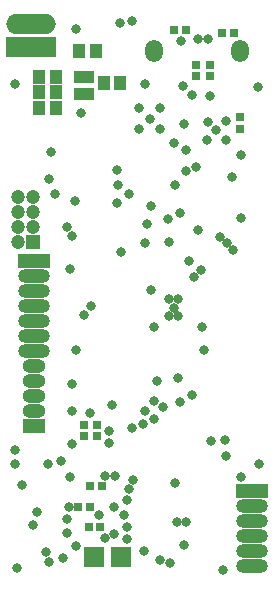
<source format=gbs>
%FSTAX23Y23*%
%MOIN*%
%SFA1B1*%

%IPPOS*%
%ADD78R,0.041470X0.045400*%
%ADD83R,0.027690X0.031620*%
%ADD84R,0.031620X0.027690*%
%ADD88R,0.068000X0.068000*%
%ADD103R,0.106420X0.047370*%
%ADD104O,0.106420X0.047370*%
%ADD105C,0.047370*%
%ADD106R,0.047370X0.047370*%
%ADD107R,0.076900X0.047370*%
%ADD108O,0.076900X0.047370*%
%ADD109O,0.059180X0.074930*%
%ADD110R,0.165480X0.067060*%
%ADD111O,0.165480X0.067060*%
%ADD112C,0.032000*%
%ADD113R,0.033590X0.041470*%
%LNpowerpcb-1*%
%LPD*%
G54D78*
X00382Y-00235D03*
X00327D03*
X00244Y-0013D03*
X00299D03*
X00112Y-00215D03*
X00167D03*
X00112Y-00265D03*
X00167D03*
X00112Y-0032D03*
X00167D03*
G54D83*
X00315Y-01715D03*
X00276D03*
X0072Y-0007D03*
X00759D03*
X00599Y-0006D03*
X0056D03*
X0028Y-0158D03*
X00319D03*
X00279Y-0165D03*
X0024D03*
G54D84*
X00779Y-0039D03*
Y-0035D03*
X00635Y-00214D03*
Y-00175D03*
X0068Y-00214D03*
Y-00175D03*
X00305Y-01414D03*
Y-01375D03*
X0026Y-01414D03*
Y-01375D03*
G54D88*
X00295Y-01815D03*
X00385D03*
G54D103*
X00095Y-0083D03*
X0082Y-01595D03*
G54D104*
X00095Y-0088D03*
Y-0093D03*
Y-0103D03*
Y-0098D03*
Y-0108D03*
Y-0113D03*
X0082Y-01645D03*
Y-01695D03*
Y-01795D03*
Y-01745D03*
Y-01845D03*
G54D105*
X0004Y-00615D03*
X0009D03*
X0004Y-00665D03*
X0009D03*
X0004Y-00715D03*
X0009D03*
X0004Y-00765D03*
G54D106*
X0009Y-00765D03*
G54D107*
X00095Y-0138D03*
G54D108*
X00095Y-0133D03*
Y-0128D03*
Y-0118D03*
Y-0123D03*
G54D109*
X00495Y-00129D03*
X00779D03*
G54D110*
X00085Y-00116D03*
G54D111*
X00085Y-00038D03*
G54D112*
X00649Y-00858D03*
X00626Y-00883D03*
X00515Y-01826D03*
X00546Y-01837D03*
X00594Y-01776D03*
X00459Y-01796D03*
X00345Y-01435D03*
X0009Y-01709D03*
X00036Y-01852D03*
X00144Y-01832D03*
X00133Y-018D03*
X00569Y-01701D03*
X00457Y-01372D03*
X0033Y-01754D03*
X00405Y-01755D03*
X00361Y-01738D03*
X00405Y-01715D03*
X00233Y-01779D03*
X00205Y-01691D03*
X00215Y-01548D03*
X00105Y-01665D03*
X0003Y-01505D03*
X00785Y-00685D03*
X00758Y-00793D03*
X00715Y-0075D03*
X00736Y-00771D03*
X0073Y-01425D03*
X00702Y-00394D03*
X00671Y-00425D03*
X00733D03*
X00673Y-00365D03*
X00734Y-00363D03*
X00515Y-0039D03*
Y-00319D03*
X0048Y-00355D03*
X00444Y-00319D03*
Y-0039D03*
X00385Y-008D03*
X00845Y-01505D03*
X00785Y-0155D03*
X0064Y-00725D03*
X00575Y-0122D03*
X00755Y-0055D03*
X0084Y-0025D03*
X00215Y-00855D03*
X0003Y-00239D03*
X00235Y-01125D03*
X0022Y-0133D03*
X0028Y-01335D03*
X0042Y-01385D03*
X0025Y-00335D03*
X00565Y-00575D03*
X00505Y-0123D03*
X00465Y-0077D03*
X00545Y-00765D03*
X00355Y-0131D03*
X00185Y-01495D03*
X0058Y-013D03*
X00235Y-00055D03*
X00585Y-00095D03*
X0038Y-00035D03*
X00375Y-00575D03*
X00725Y-0186D03*
X00485Y-00925D03*
X00495Y-0105D03*
X00673Y-0009D03*
X00641D03*
X0062Y-01275D03*
X00785Y-00475D03*
X0059Y-00245D03*
X006Y-0053D03*
X00735Y-0148D03*
X0066Y-01125D03*
X0058Y-0067D03*
X0061Y-0083D03*
X00655Y-0105D03*
X006Y-0046D03*
X00681Y-00281D03*
X00635Y-00515D03*
X00593Y-00373D03*
X0062Y-00275D03*
X00602Y-017D03*
X00055Y-01575D03*
X0014Y-01505D03*
X0003Y-0146D03*
X00495Y-01355D03*
X0041Y-0159D03*
X00405Y-01625D03*
X00395Y-01675D03*
X0036Y-0165D03*
X0031Y-01675D03*
X00423Y-01559D03*
X00495Y-01295D03*
X00465Y-0133D03*
X0042Y-0003D03*
X0022Y-0124D03*
X00345Y-01395D03*
X00231Y-00631D03*
X0037Y-00635D03*
X0041Y-00605D03*
X0022Y-00745D03*
X00205Y-00715D03*
X0054Y-0069D03*
X0047Y-00705D03*
X0026Y-0101D03*
X00285Y-0098D03*
X00465Y-0024D03*
X0022Y-0144D03*
X00485Y-00645D03*
X00565Y-0157D03*
X00165Y-00605D03*
X0015Y-00465D03*
X0037Y-00525D03*
X00204Y-01737D03*
X0033Y-01545D03*
X00365D03*
X0021Y-0165D03*
X00525Y-01315D03*
X00145Y-00555D03*
X00685Y-0143D03*
X0056Y-00435D03*
X0019Y-0182D03*
X00544Y-00956D03*
X00575D03*
X0056Y-00985D03*
X00544Y-01013D03*
X00575D03*
G54D113*
X00243Y-00273D03*
X00276Y-00216D03*
Y-00273D03*
X00243Y-00216D03*
M02*
</source>
